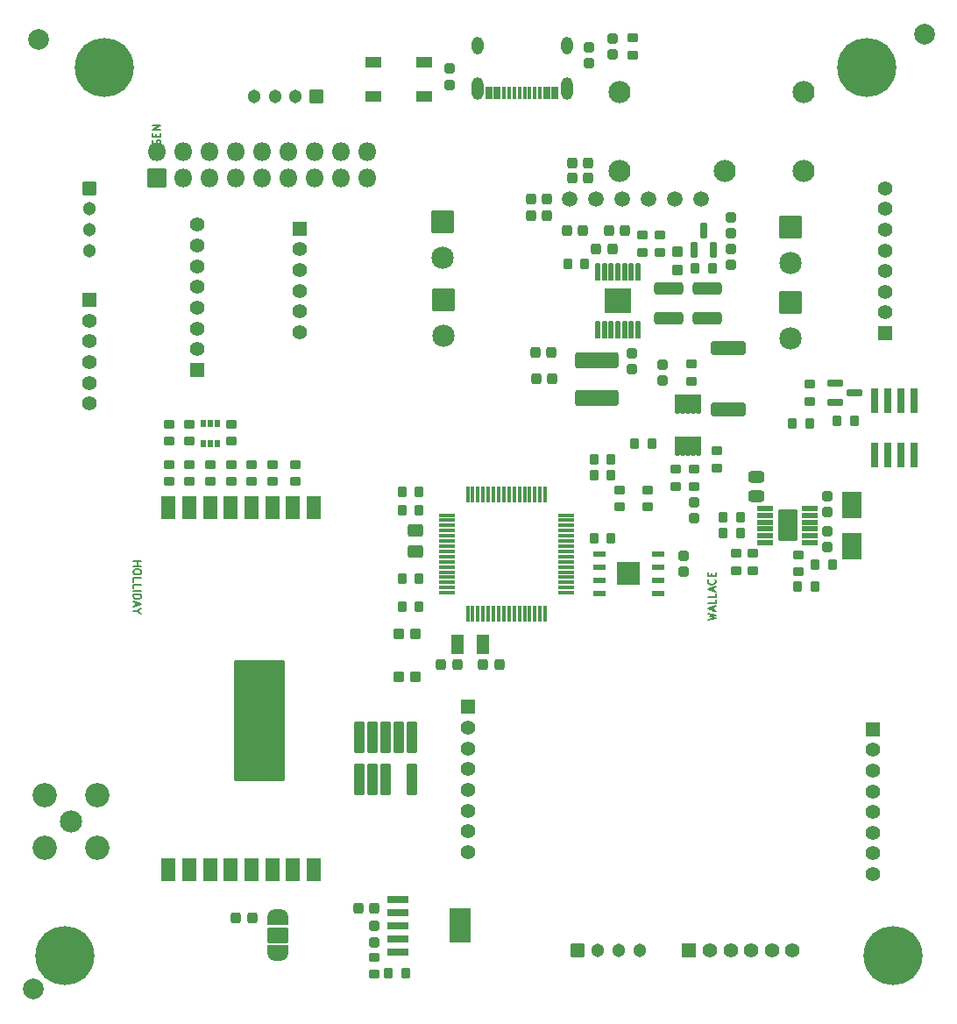
<source format=gts>
%TF.GenerationSoftware,KiCad,Pcbnew,7.0.2-0*%
%TF.CreationDate,2024-03-08T20:06:00-08:00*%
%TF.ProjectId,mainboard,6d61696e-626f-4617-9264-2e6b69636164,rev?*%
%TF.SameCoordinates,Original*%
%TF.FileFunction,Soldermask,Top*%
%TF.FilePolarity,Negative*%
%FSLAX46Y46*%
G04 Gerber Fmt 4.6, Leading zero omitted, Abs format (unit mm)*
G04 Created by KiCad (PCBNEW 7.0.2-0) date 2024-03-08 20:06:00*
%MOMM*%
%LPD*%
G01*
G04 APERTURE LIST*
G04 Aperture macros list*
%AMRoundRect*
0 Rectangle with rounded corners*
0 $1 Rounding radius*
0 $2 $3 $4 $5 $6 $7 $8 $9 X,Y pos of 4 corners*
0 Add a 4 corners polygon primitive as box body*
4,1,4,$2,$3,$4,$5,$6,$7,$8,$9,$2,$3,0*
0 Add four circle primitives for the rounded corners*
1,1,$1+$1,$2,$3*
1,1,$1+$1,$4,$5*
1,1,$1+$1,$6,$7*
1,1,$1+$1,$8,$9*
0 Add four rect primitives between the rounded corners*
20,1,$1+$1,$2,$3,$4,$5,0*
20,1,$1+$1,$4,$5,$6,$7,0*
20,1,$1+$1,$6,$7,$8,$9,0*
20,1,$1+$1,$8,$9,$2,$3,0*%
%AMFreePoly0*
4,1,39,0.785921,0.985921,0.800800,0.950000,0.800800,-0.950000,0.785921,-0.985921,0.750000,-1.000800,0.000000,-1.000800,-0.012322,-0.995696,-0.084376,-0.995696,-0.096533,-0.994220,-0.260380,-0.953835,-0.271831,-0.949492,-0.421253,-0.871070,-0.431332,-0.864113,-0.557645,-0.752210,-0.565766,-0.743043,-0.661627,-0.604163,-0.667318,-0.593320,-0.727158,-0.435535,-0.730089,-0.423644,-0.750430,-0.256123,
-0.750800,-0.250000,-0.750800,0.250000,-0.750430,0.256123,-0.730089,0.423644,-0.727158,0.435535,-0.667318,0.593320,-0.661627,0.604163,-0.565766,0.743043,-0.557645,0.752210,-0.431332,0.864113,-0.421253,0.871070,-0.271831,0.949492,-0.260380,0.953835,-0.096533,0.994220,-0.084376,0.995696,-0.012322,0.995696,0.000000,1.000800,0.750000,1.000800,0.785921,0.985921,0.785921,0.985921,
$1*%
%AMFreePoly1*
4,1,39,0.012322,0.995696,0.084376,0.995696,0.096533,0.994220,0.260380,0.953835,0.271831,0.949492,0.421253,0.871070,0.431332,0.864113,0.557645,0.752210,0.565766,0.743043,0.661627,0.604163,0.667318,0.593320,0.727158,0.435535,0.730089,0.423644,0.750430,0.256123,0.750800,0.250000,0.750800,-0.250000,0.750430,-0.256123,0.730089,-0.423644,0.727158,-0.435535,0.667318,-0.593320,
0.661627,-0.604163,0.565766,-0.743043,0.557645,-0.752210,0.431332,-0.864113,0.421253,-0.871070,0.271831,-0.949492,0.260380,-0.953835,0.096533,-0.994220,0.084376,-0.995696,0.012322,-0.995696,0.000000,-1.000800,-0.750000,-1.000800,-0.785921,-0.985921,-0.800800,-0.950000,-0.800800,0.950000,-0.785921,0.985921,-0.750000,1.000800,0.000000,1.000800,0.012322,0.995696,0.012322,0.995696,
$1*%
G04 Aperture macros list end*
%ADD10C,0.190500*%
%ADD11RoundRect,0.076200X-0.575000X-0.575000X0.575000X-0.575000X0.575000X0.575000X-0.575000X0.575000X0*%
%ADD12C,1.302400*%
%ADD13RoundRect,0.076200X-0.575000X0.575000X-0.575000X-0.575000X0.575000X-0.575000X0.575000X0.575000X0*%
%ADD14RoundRect,0.076200X0.575000X0.575000X-0.575000X0.575000X-0.575000X-0.575000X0.575000X-0.575000X0*%
%ADD15RoundRect,0.250800X-0.200000X-0.275000X0.200000X-0.275000X0.200000X0.275000X-0.200000X0.275000X0*%
%ADD16RoundRect,0.063500X-0.152400X0.800100X-0.152400X-0.800100X0.152400X-0.800100X0.152400X0.800100X0*%
%ADD17RoundRect,0.063500X-1.230000X1.155000X-1.230000X-1.155000X1.230000X-1.155000X1.230000X1.155000X0*%
%ADD18RoundRect,0.275800X-0.225000X-0.250000X0.225000X-0.250000X0.225000X0.250000X-0.225000X0.250000X0*%
%ADD19RoundRect,0.275800X0.250000X-0.225000X0.250000X0.225000X-0.250000X0.225000X-0.250000X-0.225000X0*%
%ADD20RoundRect,0.250800X0.200000X0.275000X-0.200000X0.275000X-0.200000X-0.275000X0.200000X-0.275000X0*%
%ADD21RoundRect,0.275800X0.225000X0.250000X-0.225000X0.250000X-0.225000X-0.250000X0.225000X-0.250000X0*%
%ADD22RoundRect,0.063500X-0.660400X0.279400X-0.660400X-0.279400X0.660400X-0.279400X0.660400X0.279400X0*%
%ADD23RoundRect,0.050800X0.150000X0.737500X-0.150000X0.737500X-0.150000X-0.737500X0.150000X-0.737500X0*%
%ADD24RoundRect,0.050800X0.737500X-0.150000X0.737500X0.150000X-0.737500X0.150000X-0.737500X-0.150000X0*%
%ADD25RoundRect,0.050800X0.304800X1.104900X-0.304800X1.104900X-0.304800X-1.104900X0.304800X-1.104900X0*%
%ADD26RoundRect,0.063500X-0.525000X-0.225000X0.525000X-0.225000X0.525000X0.225000X-0.525000X0.225000X0*%
%ADD27RoundRect,0.063500X1.050000X-1.050000X1.050000X1.050000X-1.050000X1.050000X-1.050000X-1.050000X0*%
%ADD28C,5.701600*%
%ADD29C,2.000000*%
%ADD30C,2.133600*%
%ADD31RoundRect,0.250800X-0.275000X0.200000X-0.275000X-0.200000X0.275000X-0.200000X0.275000X0.200000X0*%
%ADD32C,2.151600*%
%ADD33C,2.351600*%
%ADD34RoundRect,0.050800X0.750000X0.450000X-0.750000X0.450000X-0.750000X-0.450000X0.750000X-0.450000X0*%
%ADD35RoundRect,0.275800X-0.250000X0.225000X-0.250000X-0.225000X0.250000X-0.225000X0.250000X0.225000X0*%
%ADD36RoundRect,0.300800X-0.450000X0.325000X-0.450000X-0.325000X0.450000X-0.325000X0.450000X0.325000X0*%
%ADD37RoundRect,0.250800X0.275000X-0.200000X0.275000X0.200000X-0.275000X0.200000X-0.275000X-0.200000X0*%
%ADD38RoundRect,0.050800X0.500000X0.900000X-0.500000X0.900000X-0.500000X-0.900000X0.500000X-0.900000X0*%
%ADD39RoundRect,0.063500X-1.016000X1.016000X-1.016000X-1.016000X1.016000X-1.016000X1.016000X1.016000X0*%
%ADD40C,2.159000*%
%ADD41RoundRect,0.269550X0.256250X-0.218750X0.256250X0.218750X-0.256250X0.218750X-0.256250X-0.218750X0*%
%ADD42RoundRect,0.300800X-1.425000X0.362500X-1.425000X-0.362500X1.425000X-0.362500X1.425000X0.362500X0*%
%ADD43RoundRect,0.383800X-1.767000X0.417000X-1.767000X-0.417000X1.767000X-0.417000X1.767000X0.417000X0*%
%ADD44RoundRect,0.063500X-0.279400X-0.660400X0.279400X-0.660400X0.279400X0.660400X-0.279400X0.660400X0*%
%ADD45RoundRect,0.300800X1.100000X-0.325000X1.100000X0.325000X-1.100000X0.325000X-1.100000X-0.325000X0*%
%ADD46RoundRect,0.050800X-0.165100X0.889000X-0.165100X-0.889000X0.165100X-0.889000X0.165100X0.889000X0*%
%ADD47RoundRect,0.050800X0.450000X-0.450000X0.450000X0.450000X-0.450000X0.450000X-0.450000X-0.450000X0*%
%ADD48RoundRect,0.050800X0.200000X-0.325000X0.200000X0.325000X-0.200000X0.325000X-0.200000X-0.325000X0*%
%ADD49RoundRect,0.050800X1.000000X-0.325000X1.000000X0.325000X-1.000000X0.325000X-1.000000X-0.325000X0*%
%ADD50RoundRect,0.050800X-1.000000X-1.600000X1.000000X-1.600000X1.000000X1.600000X-1.000000X1.600000X0*%
%ADD51FreePoly0,270.000000*%
%ADD52RoundRect,0.050800X-0.950000X0.700000X-0.950000X-0.700000X0.950000X-0.700000X0.950000X0.700000X0*%
%ADD53FreePoly1,270.000000*%
%ADD54RoundRect,0.050800X0.300000X0.575000X-0.300000X0.575000X-0.300000X-0.575000X0.300000X-0.575000X0*%
%ADD55RoundRect,0.050800X0.150000X0.575000X-0.150000X0.575000X-0.150000X-0.575000X0.150000X-0.575000X0*%
%ADD56O,1.101600X2.201600*%
%ADD57O,1.101600X1.701600*%
%ADD58RoundRect,0.050800X-0.698500X-0.215900X0.698500X-0.215900X0.698500X0.215900X-0.698500X0.215900X0*%
%ADD59RoundRect,0.050800X-0.876300X-1.473200X0.876300X-1.473200X0.876300X1.473200X-0.876300X1.473200X0*%
%ADD60RoundRect,0.050800X-0.850000X1.250000X-0.850000X-1.250000X0.850000X-1.250000X0.850000X1.250000X0*%
%ADD61RoundRect,0.288300X0.237500X-0.250000X0.237500X0.250000X-0.237500X0.250000X-0.237500X-0.250000X0*%
%ADD62RoundRect,0.102000X-0.370000X-1.395000X0.370000X-1.395000X0.370000X1.395000X-0.370000X1.395000X0*%
%ADD63RoundRect,0.063500X-0.650000X1.000000X-0.650000X-1.000000X0.650000X-1.000000X0.650000X1.000000X0*%
%ADD64RoundRect,0.063500X-2.350000X5.750000X-2.350000X-5.750000X2.350000X-5.750000X2.350000X5.750000X0*%
%ADD65RoundRect,0.050800X0.654000X0.654000X-0.654000X0.654000X-0.654000X-0.654000X0.654000X-0.654000X0*%
%ADD66C,1.409600*%
%ADD67RoundRect,0.050800X0.654000X-0.654000X0.654000X0.654000X-0.654000X0.654000X-0.654000X-0.654000X0*%
%ADD68RoundRect,0.050800X-0.654000X0.654000X-0.654000X-0.654000X0.654000X-0.654000X0.654000X0.654000X0*%
%ADD69RoundRect,0.300800X-0.475000X0.250000X-0.475000X-0.250000X0.475000X-0.250000X0.475000X0.250000X0*%
%ADD70C,1.501600*%
%ADD71RoundRect,0.050800X-0.850000X0.850000X-0.850000X-0.850000X0.850000X-0.850000X0.850000X0.850000X0*%
%ADD72O,1.801600X1.801600*%
G04 APERTURE END LIST*
D10*
X110010484Y-105246714D02*
X110772484Y-105246714D01*
X110409627Y-105246714D02*
X110409627Y-105682143D01*
X110010484Y-105682143D02*
X110772484Y-105682143D01*
X110772484Y-106190143D02*
X110772484Y-106335286D01*
X110772484Y-106335286D02*
X110736198Y-106407857D01*
X110736198Y-106407857D02*
X110663627Y-106480429D01*
X110663627Y-106480429D02*
X110518484Y-106516714D01*
X110518484Y-106516714D02*
X110264484Y-106516714D01*
X110264484Y-106516714D02*
X110119341Y-106480429D01*
X110119341Y-106480429D02*
X110046770Y-106407857D01*
X110046770Y-106407857D02*
X110010484Y-106335286D01*
X110010484Y-106335286D02*
X110010484Y-106190143D01*
X110010484Y-106190143D02*
X110046770Y-106117572D01*
X110046770Y-106117572D02*
X110119341Y-106045000D01*
X110119341Y-106045000D02*
X110264484Y-106008714D01*
X110264484Y-106008714D02*
X110518484Y-106008714D01*
X110518484Y-106008714D02*
X110663627Y-106045000D01*
X110663627Y-106045000D02*
X110736198Y-106117572D01*
X110736198Y-106117572D02*
X110772484Y-106190143D01*
X110010484Y-107206143D02*
X110010484Y-106843286D01*
X110010484Y-106843286D02*
X110772484Y-106843286D01*
X110010484Y-107823000D02*
X110010484Y-107460143D01*
X110010484Y-107460143D02*
X110772484Y-107460143D01*
X110010484Y-108077000D02*
X110772484Y-108077000D01*
X110010484Y-108439857D02*
X110772484Y-108439857D01*
X110772484Y-108439857D02*
X110772484Y-108621286D01*
X110772484Y-108621286D02*
X110736198Y-108730143D01*
X110736198Y-108730143D02*
X110663627Y-108802714D01*
X110663627Y-108802714D02*
X110591055Y-108839000D01*
X110591055Y-108839000D02*
X110445912Y-108875286D01*
X110445912Y-108875286D02*
X110337055Y-108875286D01*
X110337055Y-108875286D02*
X110191912Y-108839000D01*
X110191912Y-108839000D02*
X110119341Y-108802714D01*
X110119341Y-108802714D02*
X110046770Y-108730143D01*
X110046770Y-108730143D02*
X110010484Y-108621286D01*
X110010484Y-108621286D02*
X110010484Y-108439857D01*
X110228198Y-109165571D02*
X110228198Y-109528429D01*
X110010484Y-109093000D02*
X110772484Y-109347000D01*
X110772484Y-109347000D02*
X110010484Y-109601000D01*
X110373341Y-110000143D02*
X110010484Y-110000143D01*
X110772484Y-109746143D02*
X110373341Y-110000143D01*
X110373341Y-110000143D02*
X110772484Y-110254143D01*
X112620515Y-66003714D02*
X112257658Y-66257714D01*
X112620515Y-66439143D02*
X111858515Y-66439143D01*
X111858515Y-66439143D02*
X111858515Y-66148857D01*
X111858515Y-66148857D02*
X111894801Y-66076286D01*
X111894801Y-66076286D02*
X111931087Y-66040000D01*
X111931087Y-66040000D02*
X112003658Y-66003714D01*
X112003658Y-66003714D02*
X112112515Y-66003714D01*
X112112515Y-66003714D02*
X112185087Y-66040000D01*
X112185087Y-66040000D02*
X112221372Y-66076286D01*
X112221372Y-66076286D02*
X112257658Y-66148857D01*
X112257658Y-66148857D02*
X112257658Y-66439143D01*
X112221372Y-65677143D02*
X112221372Y-65423143D01*
X112620515Y-65314286D02*
X112620515Y-65677143D01*
X112620515Y-65677143D02*
X111858515Y-65677143D01*
X111858515Y-65677143D02*
X111858515Y-65314286D01*
X111894801Y-64588571D02*
X111858515Y-64661143D01*
X111858515Y-64661143D02*
X111858515Y-64770000D01*
X111858515Y-64770000D02*
X111894801Y-64878857D01*
X111894801Y-64878857D02*
X111967372Y-64951428D01*
X111967372Y-64951428D02*
X112039944Y-64987714D01*
X112039944Y-64987714D02*
X112185087Y-65024000D01*
X112185087Y-65024000D02*
X112293944Y-65024000D01*
X112293944Y-65024000D02*
X112439087Y-64987714D01*
X112439087Y-64987714D02*
X112511658Y-64951428D01*
X112511658Y-64951428D02*
X112584230Y-64878857D01*
X112584230Y-64878857D02*
X112620515Y-64770000D01*
X112620515Y-64770000D02*
X112620515Y-64697428D01*
X112620515Y-64697428D02*
X112584230Y-64588571D01*
X112584230Y-64588571D02*
X112547944Y-64552285D01*
X112547944Y-64552285D02*
X112293944Y-64552285D01*
X112293944Y-64552285D02*
X112293944Y-64697428D01*
X112221372Y-64225714D02*
X112221372Y-63971714D01*
X112620515Y-63862857D02*
X112620515Y-64225714D01*
X112620515Y-64225714D02*
X111858515Y-64225714D01*
X111858515Y-64225714D02*
X111858515Y-63862857D01*
X112620515Y-63536285D02*
X111858515Y-63536285D01*
X111858515Y-63536285D02*
X112620515Y-63100856D01*
X112620515Y-63100856D02*
X111858515Y-63100856D01*
X165503315Y-110907285D02*
X166265315Y-110725857D01*
X166265315Y-110725857D02*
X165721030Y-110580714D01*
X165721030Y-110580714D02*
X166265315Y-110435571D01*
X166265315Y-110435571D02*
X165503315Y-110254143D01*
X166047601Y-110000143D02*
X166047601Y-109637286D01*
X166265315Y-110072714D02*
X165503315Y-109818714D01*
X165503315Y-109818714D02*
X166265315Y-109564714D01*
X166265315Y-108947857D02*
X166265315Y-109310714D01*
X166265315Y-109310714D02*
X165503315Y-109310714D01*
X166265315Y-108331000D02*
X166265315Y-108693857D01*
X166265315Y-108693857D02*
X165503315Y-108693857D01*
X166047601Y-108113286D02*
X166047601Y-107750429D01*
X166265315Y-108185857D02*
X165503315Y-107931857D01*
X165503315Y-107931857D02*
X166265315Y-107677857D01*
X166192744Y-106988428D02*
X166229030Y-107024714D01*
X166229030Y-107024714D02*
X166265315Y-107133571D01*
X166265315Y-107133571D02*
X166265315Y-107206143D01*
X166265315Y-107206143D02*
X166229030Y-107315000D01*
X166229030Y-107315000D02*
X166156458Y-107387571D01*
X166156458Y-107387571D02*
X166083887Y-107423857D01*
X166083887Y-107423857D02*
X165938744Y-107460143D01*
X165938744Y-107460143D02*
X165829887Y-107460143D01*
X165829887Y-107460143D02*
X165684744Y-107423857D01*
X165684744Y-107423857D02*
X165612172Y-107387571D01*
X165612172Y-107387571D02*
X165539601Y-107315000D01*
X165539601Y-107315000D02*
X165503315Y-107206143D01*
X165503315Y-107206143D02*
X165503315Y-107133571D01*
X165503315Y-107133571D02*
X165539601Y-107024714D01*
X165539601Y-107024714D02*
X165575887Y-106988428D01*
X165866172Y-106661857D02*
X165866172Y-106407857D01*
X166265315Y-106299000D02*
X166265315Y-106661857D01*
X166265315Y-106661857D02*
X165503315Y-106661857D01*
X165503315Y-106661857D02*
X165503315Y-106299000D01*
D11*
X152900000Y-142800000D03*
D12*
X154900000Y-142800000D03*
X156900000Y-142800000D03*
X158900000Y-142800000D03*
D13*
X105800000Y-69200000D03*
D12*
X105800000Y-71200000D03*
X105800000Y-73200000D03*
X105800000Y-75200000D03*
D14*
X127700000Y-60300000D03*
D12*
X125700000Y-60300000D03*
X123700000Y-60300000D03*
X121700000Y-60300000D03*
D15*
X177991000Y-91694000D03*
X179641000Y-91694000D03*
D16*
X158766134Y-77289496D03*
X158116121Y-77289496D03*
X157466112Y-77289496D03*
X156816100Y-77289496D03*
X156166088Y-77289496D03*
X155516079Y-77289496D03*
X154866066Y-77289496D03*
X154866066Y-82826696D03*
X155516079Y-82826696D03*
X156166088Y-82826696D03*
X156816100Y-82826696D03*
X157466112Y-82826696D03*
X158116121Y-82826696D03*
X158766134Y-82826696D03*
D17*
X156816100Y-80058096D03*
D18*
X148958000Y-87630000D03*
X150508000Y-87630000D03*
X148865600Y-85090000D03*
X150415600Y-85090000D03*
D19*
X158178500Y-86690500D03*
X158178500Y-85140500D03*
D20*
X153606000Y-76517500D03*
X151956000Y-76517500D03*
D21*
X156286500Y-75057000D03*
X154736500Y-75057000D03*
D22*
X177783800Y-87995596D03*
X177783800Y-89900596D03*
X179663400Y-88948096D03*
D15*
X164275000Y-76962000D03*
X165925000Y-76962000D03*
D23*
X142300000Y-110259000D03*
X142800000Y-110259000D03*
X143300000Y-110259000D03*
X143800000Y-110259000D03*
X144300000Y-110259000D03*
X144800000Y-110259000D03*
X145300000Y-110259000D03*
X145800000Y-110259000D03*
X146300000Y-110259000D03*
X146800000Y-110259000D03*
X147300000Y-110259000D03*
X147800000Y-110259000D03*
X148300000Y-110259000D03*
X148800000Y-110259000D03*
X149300000Y-110259000D03*
X149800000Y-110259000D03*
D24*
X151788000Y-108271000D03*
X151788000Y-107771000D03*
X151788000Y-107271000D03*
X151788000Y-106771000D03*
X151788000Y-106271000D03*
X151788000Y-105771000D03*
X151788000Y-105271000D03*
X151788000Y-104771000D03*
X151788000Y-104271000D03*
X151788000Y-103771000D03*
X151788000Y-103271000D03*
X151788000Y-102771000D03*
X151788000Y-102271000D03*
X151788000Y-101771000D03*
X151788000Y-101271000D03*
X151788000Y-100771000D03*
D23*
X149800000Y-98783000D03*
X149300000Y-98783000D03*
X148800000Y-98783000D03*
X148300000Y-98783000D03*
X147800000Y-98783000D03*
X147300000Y-98783000D03*
X146800000Y-98783000D03*
X146300000Y-98783000D03*
X145800000Y-98783000D03*
X145300000Y-98783000D03*
X144800000Y-98783000D03*
X144300000Y-98783000D03*
X143800000Y-98783000D03*
X143300000Y-98783000D03*
X142800000Y-98783000D03*
X142300000Y-98783000D03*
D24*
X140312000Y-100771000D03*
X140312000Y-101271000D03*
X140312000Y-101771000D03*
X140312000Y-102271000D03*
X140312000Y-102771000D03*
X140312000Y-103271000D03*
X140312000Y-103771000D03*
X140312000Y-104271000D03*
X140312000Y-104771000D03*
X140312000Y-105271000D03*
X140312000Y-105771000D03*
X140312000Y-106271000D03*
X140312000Y-106771000D03*
X140312000Y-107271000D03*
X140312000Y-107771000D03*
X140312000Y-108271000D03*
D25*
X185420000Y-89712800D03*
X184150000Y-89712800D03*
X182880000Y-89712800D03*
X181610000Y-89712800D03*
X181610000Y-94945200D03*
X182880000Y-94945200D03*
X184150000Y-94945200D03*
X185420000Y-94945200D03*
D15*
X135954000Y-100330000D03*
X137604000Y-100330000D03*
D26*
X155011000Y-104521000D03*
X155011000Y-105791000D03*
X155011000Y-107061000D03*
X155011000Y-108331000D03*
X160711000Y-108331000D03*
X160711000Y-107061000D03*
X160711000Y-105791000D03*
X160711000Y-104521000D03*
D27*
X157861000Y-106426000D03*
D15*
X154496000Y-95377000D03*
X156146000Y-95377000D03*
D20*
X137604000Y-109601000D03*
X135954000Y-109601000D03*
D28*
X107236100Y-57564100D03*
X103426100Y-143294100D03*
X183426100Y-143294100D03*
X180896100Y-57564100D03*
D29*
X100330000Y-146558000D03*
D30*
X157000000Y-67500000D03*
X157000000Y-59880000D03*
X167160000Y-67500000D03*
X174780000Y-59880000D03*
X174780000Y-67500000D03*
D19*
X154051000Y-57143000D03*
X154051000Y-55593000D03*
D31*
X158254700Y-54674000D03*
X158254700Y-56324000D03*
D21*
X153937000Y-66776600D03*
X152387000Y-66776600D03*
D18*
X148450000Y-71818500D03*
X150000000Y-71818500D03*
D31*
X159194500Y-73724000D03*
X159194500Y-75374000D03*
D18*
X151879000Y-73279000D03*
X153429000Y-73279000D03*
D32*
X103949500Y-130365500D03*
D33*
X106489500Y-127825500D03*
X101409500Y-127825500D03*
X106489500Y-132905500D03*
X101409500Y-132905500D03*
D34*
X138086000Y-60324000D03*
X138086000Y-57024000D03*
X133186000Y-57024000D03*
X133186000Y-60324000D03*
D20*
X156146000Y-102997000D03*
X154496000Y-102997000D03*
D19*
X164211000Y-101064196D03*
X164211000Y-99514196D03*
D35*
X163195000Y-104683096D03*
X163195000Y-106233096D03*
D15*
X135954000Y-106934000D03*
X137604000Y-106934000D03*
D20*
X137604000Y-98552000D03*
X135954000Y-98552000D03*
D36*
X137287000Y-102226000D03*
X137287000Y-104276000D03*
D19*
X140589000Y-59195000D03*
X140589000Y-57645000D03*
D21*
X157493000Y-73279000D03*
X155943000Y-73279000D03*
D18*
X148412000Y-70231000D03*
X149962000Y-70231000D03*
D37*
X162433000Y-97980000D03*
X162433000Y-96330000D03*
X164211000Y-97980000D03*
X164211000Y-96330000D03*
D15*
X158433000Y-93853000D03*
X160083000Y-93853000D03*
D37*
X166370000Y-96202000D03*
X166370000Y-94552000D03*
D20*
X156146000Y-96901000D03*
X154496000Y-96901000D03*
D18*
X143801800Y-115183920D03*
X145351800Y-115183920D03*
D38*
X141294800Y-113278920D03*
X143794800Y-113278920D03*
D21*
X141287800Y-115183920D03*
X139737800Y-115183920D03*
D39*
X173532800Y-80213200D03*
D40*
X173532800Y-83713200D03*
D37*
X160909000Y-75374000D03*
X160909000Y-73724000D03*
D41*
X156293500Y-56286500D03*
X156293500Y-54711500D03*
D42*
X167513000Y-84667500D03*
X167513000Y-90592500D03*
D43*
X154813000Y-85830000D03*
X154813000Y-89430000D03*
D44*
X164147500Y-75171300D03*
X166052500Y-75171300D03*
X165100000Y-73291700D03*
D39*
X139954000Y-79959200D03*
D40*
X139954000Y-83459200D03*
D20*
X175323000Y-91948000D03*
X173673000Y-91948000D03*
D31*
X175387000Y-88123096D03*
X175387000Y-89773096D03*
D45*
X161769100Y-81787096D03*
X161769100Y-78837096D03*
X165481000Y-81787096D03*
X165481000Y-78837096D03*
D35*
X167767000Y-71996000D03*
X167767000Y-73546000D03*
D31*
X163957000Y-86170000D03*
X163957000Y-87820000D03*
D46*
X164576001Y-90030300D03*
X164075999Y-90030300D03*
X163576000Y-90030300D03*
X163076001Y-90030300D03*
X162575999Y-90030300D03*
X162575999Y-94119700D03*
X163076001Y-94119700D03*
X163576000Y-94119700D03*
X164075999Y-94119700D03*
X164576001Y-94119700D03*
D31*
X133266000Y-143447000D03*
X133266000Y-145097000D03*
D47*
X135661500Y-112250000D03*
X135661500Y-116350000D03*
X137261500Y-112250000D03*
X137261500Y-116350000D03*
D19*
X167767000Y-76594000D03*
X167767000Y-75044000D03*
D37*
X115438600Y-97535500D03*
X115438600Y-95885500D03*
X113438600Y-97535500D03*
X113438600Y-95885500D03*
D31*
X119438600Y-95885500D03*
X119438600Y-97535500D03*
D37*
X121438600Y-97535500D03*
X121438600Y-95885500D03*
X113438600Y-93623900D03*
X113438600Y-91973900D03*
X119438600Y-93623900D03*
X119438600Y-91973900D03*
D48*
X116788600Y-93850500D03*
X117438600Y-93850500D03*
X118088600Y-93850500D03*
X118088600Y-91950500D03*
X117438600Y-91950500D03*
X116788600Y-91950500D03*
D31*
X115438600Y-91973900D03*
X115438600Y-93623900D03*
X117438600Y-95885500D03*
X117438600Y-97535500D03*
X123438600Y-95885500D03*
X123438600Y-97535500D03*
D37*
X125666500Y-97535500D03*
X125666500Y-95885500D03*
D49*
X135600000Y-137922000D03*
X135600000Y-139192000D03*
X135600000Y-140462000D03*
X135600000Y-141732000D03*
X135600000Y-143002000D03*
D50*
X141600000Y-140462000D03*
D51*
X123939300Y-139625600D03*
D52*
X123939300Y-141325600D03*
D53*
X123939300Y-143025600D03*
D18*
X119925800Y-139674600D03*
X121475800Y-139674600D03*
D15*
X134675000Y-145000000D03*
X136325000Y-145000000D03*
D35*
X133266000Y-140449000D03*
X133266000Y-141999000D03*
D18*
X152387000Y-68199000D03*
X153937000Y-68199000D03*
D35*
X161163000Y-86220000D03*
X161163000Y-87770000D03*
D54*
X150752000Y-60038000D03*
X149952000Y-60038000D03*
D55*
X148802000Y-60038000D03*
X147802000Y-60038000D03*
X147302000Y-60038000D03*
X146302000Y-60038000D03*
D54*
X145152000Y-60038000D03*
X144352000Y-60038000D03*
D55*
X145802000Y-60038000D03*
X146802000Y-60038000D03*
X148302000Y-60038000D03*
X149302000Y-60038000D03*
D56*
X151872000Y-59563000D03*
D57*
X151872000Y-55413000D03*
D56*
X143232000Y-59563000D03*
D57*
X143232000Y-55413000D03*
D39*
X139903200Y-72440800D03*
D40*
X139903200Y-75940800D03*
D39*
X173532800Y-72948800D03*
D40*
X173532800Y-76448800D03*
D20*
X177532800Y-105567481D03*
X175882800Y-105567481D03*
D31*
X168224200Y-104488481D03*
X168224200Y-106138481D03*
D29*
X186436000Y-54356000D03*
D58*
X171018200Y-100152200D03*
X171018200Y-100802441D03*
X171018200Y-101452681D03*
X171018200Y-102102919D03*
X171018200Y-102753159D03*
X171018200Y-103403400D03*
X175387000Y-103403400D03*
X175387000Y-102753159D03*
X175387000Y-102102919D03*
X175387000Y-101452681D03*
X175387000Y-100802441D03*
X175387000Y-100152200D03*
D59*
X173202600Y-101777800D03*
D60*
X179451000Y-99759000D03*
X179451000Y-103759000D03*
D61*
X162560000Y-77112500D03*
X162560000Y-75287500D03*
D18*
X131750000Y-138750000D03*
X133300000Y-138750000D03*
D19*
X177063400Y-100500481D03*
X177063400Y-98950481D03*
D31*
X169849800Y-104488481D03*
X169849800Y-106138481D03*
D62*
X131825000Y-126280000D03*
X131825000Y-122210000D03*
X133095000Y-126280000D03*
X133095000Y-122210000D03*
X134365000Y-126280000D03*
X134365000Y-122210000D03*
X135635000Y-122210000D03*
X136905000Y-126280000D03*
X136905000Y-122210000D03*
D63*
X113420000Y-135050000D03*
X115420000Y-135050000D03*
X117420000Y-135050000D03*
X119420000Y-135050000D03*
X121420000Y-135050000D03*
X123420000Y-135050000D03*
X125420000Y-135050000D03*
X127420000Y-135050000D03*
X127420000Y-100050000D03*
X125420000Y-100050000D03*
X123420000Y-100050000D03*
X121420000Y-100050000D03*
X119420000Y-100050000D03*
X117420000Y-100050000D03*
X115420000Y-100050000D03*
X113420000Y-100050000D03*
D64*
X122170000Y-120600000D03*
D31*
X157010000Y-98345000D03*
X157010000Y-99995000D03*
D65*
X163700000Y-142800000D03*
D66*
X165700000Y-142800000D03*
X167700000Y-142800000D03*
X169700000Y-142800000D03*
X171700000Y-142800000D03*
X173700000Y-142800000D03*
D29*
X100838000Y-54864000D03*
D15*
X174181000Y-107696000D03*
X175831000Y-107696000D03*
D67*
X105800000Y-80000000D03*
D66*
X105800000Y-82000000D03*
X105800000Y-84000000D03*
X105800000Y-86000000D03*
X105800000Y-88000000D03*
X105800000Y-90000000D03*
D15*
X167015000Y-100950000D03*
X168665000Y-100950000D03*
D20*
X168665000Y-102490000D03*
X167015000Y-102490000D03*
D68*
X182626000Y-83205500D03*
D66*
X182626000Y-81205499D03*
X182626000Y-79205500D03*
X182626000Y-77205499D03*
X182626000Y-75205501D03*
X182626000Y-73205500D03*
X182626000Y-71205501D03*
X182626000Y-69205500D03*
D67*
X142300000Y-119300001D03*
D66*
X142300000Y-121300002D03*
X142300000Y-123300001D03*
X142300000Y-125300002D03*
X142300000Y-127300000D03*
X142300000Y-129300001D03*
X142300000Y-131300000D03*
X142300000Y-133300001D03*
D19*
X177063400Y-103853281D03*
X177063400Y-102303281D03*
D67*
X126100000Y-73100000D03*
D66*
X126100000Y-75100000D03*
X126100000Y-77100000D03*
X126100000Y-79100000D03*
X126100000Y-81100000D03*
X126100000Y-83100000D03*
D68*
X116205000Y-86739999D03*
D66*
X116205000Y-84739998D03*
X116205000Y-82739999D03*
X116205000Y-80739998D03*
X116205000Y-78740000D03*
X116205000Y-76739999D03*
X116205000Y-74740000D03*
X116205000Y-72739999D03*
D69*
X170230800Y-97073681D03*
X170230800Y-98973681D03*
D67*
X181491000Y-121443999D03*
D66*
X181491000Y-123444000D03*
X181491000Y-125443999D03*
X181491000Y-127444000D03*
X181491000Y-129443998D03*
X181491000Y-131443999D03*
X181491000Y-133443998D03*
X181491000Y-135443999D03*
D31*
X159660000Y-98335000D03*
X159660000Y-99985000D03*
X174244000Y-104585000D03*
X174244000Y-106235000D03*
D70*
X152146000Y-70231000D03*
X154686000Y-70231000D03*
X157226000Y-70231000D03*
X159766000Y-70231000D03*
X162306000Y-70231000D03*
X164846000Y-70231000D03*
D71*
X112280000Y-68240000D03*
D72*
X112280000Y-65700000D03*
X114820000Y-68240000D03*
X114820000Y-65700000D03*
X117360000Y-68240000D03*
X117360000Y-65700000D03*
X119900000Y-68240000D03*
X119900000Y-65700000D03*
X122440000Y-68240000D03*
X122440000Y-65700000D03*
X124980000Y-68240000D03*
X124980000Y-65700000D03*
X127520000Y-68240000D03*
X127520000Y-65700000D03*
X130060000Y-68240000D03*
X130060000Y-65700000D03*
X132600000Y-68240000D03*
X132600000Y-65700000D03*
M02*

</source>
